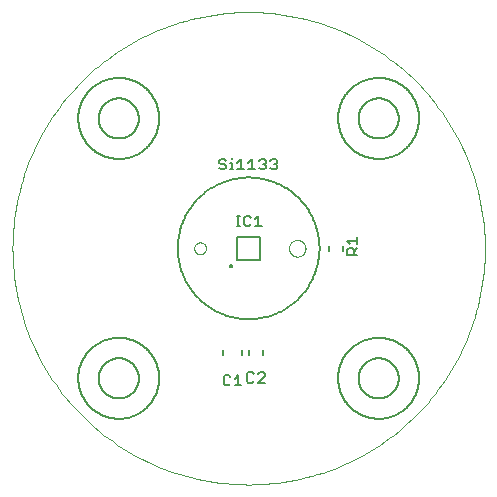
<source format=gto>
G75*
%MOIN*%
%OFA0B0*%
%FSLAX25Y25*%
%IPPOS*%
%LPD*%
%AMOC8*
5,1,8,0,0,1.08239X$1,22.5*
%
%ADD10C,0.00394*%
%ADD11C,0.00787*%
%ADD12C,0.00600*%
%ADD13C,0.00000*%
D10*
X0001394Y0080134D02*
X0001418Y0082066D01*
X0001489Y0083998D01*
X0001607Y0085926D01*
X0001773Y0087852D01*
X0001986Y0089773D01*
X0002246Y0091688D01*
X0002553Y0093596D01*
X0002907Y0095495D01*
X0003307Y0097386D01*
X0003754Y0099266D01*
X0004246Y0101135D01*
X0004785Y0102991D01*
X0005368Y0104833D01*
X0005997Y0106661D01*
X0006670Y0108472D01*
X0007388Y0110266D01*
X0008149Y0112043D01*
X0008954Y0113800D01*
X0009802Y0115536D01*
X0010692Y0117252D01*
X0011623Y0118945D01*
X0012596Y0120614D01*
X0013610Y0122260D01*
X0014664Y0123880D01*
X0015757Y0125473D01*
X0016889Y0127039D01*
X0018060Y0128577D01*
X0019267Y0130086D01*
X0020511Y0131565D01*
X0021792Y0133013D01*
X0023107Y0134428D01*
X0024456Y0135812D01*
X0025840Y0137161D01*
X0027255Y0138476D01*
X0028703Y0139757D01*
X0030182Y0141001D01*
X0031691Y0142208D01*
X0033229Y0143379D01*
X0034795Y0144511D01*
X0036388Y0145604D01*
X0038008Y0146658D01*
X0039654Y0147672D01*
X0041323Y0148645D01*
X0043016Y0149576D01*
X0044732Y0150466D01*
X0046468Y0151314D01*
X0048225Y0152119D01*
X0050002Y0152880D01*
X0051796Y0153598D01*
X0053607Y0154271D01*
X0055435Y0154900D01*
X0057277Y0155483D01*
X0059133Y0156022D01*
X0061002Y0156514D01*
X0062882Y0156961D01*
X0064773Y0157361D01*
X0066672Y0157715D01*
X0068580Y0158022D01*
X0070495Y0158282D01*
X0072416Y0158495D01*
X0074342Y0158661D01*
X0076270Y0158779D01*
X0078202Y0158850D01*
X0080134Y0158874D01*
X0082066Y0158850D01*
X0083998Y0158779D01*
X0085926Y0158661D01*
X0087852Y0158495D01*
X0089773Y0158282D01*
X0091688Y0158022D01*
X0093596Y0157715D01*
X0095495Y0157361D01*
X0097386Y0156961D01*
X0099266Y0156514D01*
X0101135Y0156022D01*
X0102991Y0155483D01*
X0104833Y0154900D01*
X0106661Y0154271D01*
X0108472Y0153598D01*
X0110266Y0152880D01*
X0112043Y0152119D01*
X0113800Y0151314D01*
X0115536Y0150466D01*
X0117252Y0149576D01*
X0118945Y0148645D01*
X0120614Y0147672D01*
X0122260Y0146658D01*
X0123880Y0145604D01*
X0125473Y0144511D01*
X0127039Y0143379D01*
X0128577Y0142208D01*
X0130086Y0141001D01*
X0131565Y0139757D01*
X0133013Y0138476D01*
X0134428Y0137161D01*
X0135812Y0135812D01*
X0137161Y0134428D01*
X0138476Y0133013D01*
X0139757Y0131565D01*
X0141001Y0130086D01*
X0142208Y0128577D01*
X0143379Y0127039D01*
X0144511Y0125473D01*
X0145604Y0123880D01*
X0146658Y0122260D01*
X0147672Y0120614D01*
X0148645Y0118945D01*
X0149576Y0117252D01*
X0150466Y0115536D01*
X0151314Y0113800D01*
X0152119Y0112043D01*
X0152880Y0110266D01*
X0153598Y0108472D01*
X0154271Y0106661D01*
X0154900Y0104833D01*
X0155483Y0102991D01*
X0156022Y0101135D01*
X0156514Y0099266D01*
X0156961Y0097386D01*
X0157361Y0095495D01*
X0157715Y0093596D01*
X0158022Y0091688D01*
X0158282Y0089773D01*
X0158495Y0087852D01*
X0158661Y0085926D01*
X0158779Y0083998D01*
X0158850Y0082066D01*
X0158874Y0080134D01*
X0158850Y0078202D01*
X0158779Y0076270D01*
X0158661Y0074342D01*
X0158495Y0072416D01*
X0158282Y0070495D01*
X0158022Y0068580D01*
X0157715Y0066672D01*
X0157361Y0064773D01*
X0156961Y0062882D01*
X0156514Y0061002D01*
X0156022Y0059133D01*
X0155483Y0057277D01*
X0154900Y0055435D01*
X0154271Y0053607D01*
X0153598Y0051796D01*
X0152880Y0050002D01*
X0152119Y0048225D01*
X0151314Y0046468D01*
X0150466Y0044732D01*
X0149576Y0043016D01*
X0148645Y0041323D01*
X0147672Y0039654D01*
X0146658Y0038008D01*
X0145604Y0036388D01*
X0144511Y0034795D01*
X0143379Y0033229D01*
X0142208Y0031691D01*
X0141001Y0030182D01*
X0139757Y0028703D01*
X0138476Y0027255D01*
X0137161Y0025840D01*
X0135812Y0024456D01*
X0134428Y0023107D01*
X0133013Y0021792D01*
X0131565Y0020511D01*
X0130086Y0019267D01*
X0128577Y0018060D01*
X0127039Y0016889D01*
X0125473Y0015757D01*
X0123880Y0014664D01*
X0122260Y0013610D01*
X0120614Y0012596D01*
X0118945Y0011623D01*
X0117252Y0010692D01*
X0115536Y0009802D01*
X0113800Y0008954D01*
X0112043Y0008149D01*
X0110266Y0007388D01*
X0108472Y0006670D01*
X0106661Y0005997D01*
X0104833Y0005368D01*
X0102991Y0004785D01*
X0101135Y0004246D01*
X0099266Y0003754D01*
X0097386Y0003307D01*
X0095495Y0002907D01*
X0093596Y0002553D01*
X0091688Y0002246D01*
X0089773Y0001986D01*
X0087852Y0001773D01*
X0085926Y0001607D01*
X0083998Y0001489D01*
X0082066Y0001418D01*
X0080134Y0001394D01*
X0078202Y0001418D01*
X0076270Y0001489D01*
X0074342Y0001607D01*
X0072416Y0001773D01*
X0070495Y0001986D01*
X0068580Y0002246D01*
X0066672Y0002553D01*
X0064773Y0002907D01*
X0062882Y0003307D01*
X0061002Y0003754D01*
X0059133Y0004246D01*
X0057277Y0004785D01*
X0055435Y0005368D01*
X0053607Y0005997D01*
X0051796Y0006670D01*
X0050002Y0007388D01*
X0048225Y0008149D01*
X0046468Y0008954D01*
X0044732Y0009802D01*
X0043016Y0010692D01*
X0041323Y0011623D01*
X0039654Y0012596D01*
X0038008Y0013610D01*
X0036388Y0014664D01*
X0034795Y0015757D01*
X0033229Y0016889D01*
X0031691Y0018060D01*
X0030182Y0019267D01*
X0028703Y0020511D01*
X0027255Y0021792D01*
X0025840Y0023107D01*
X0024456Y0024456D01*
X0023107Y0025840D01*
X0021792Y0027255D01*
X0020511Y0028703D01*
X0019267Y0030182D01*
X0018060Y0031691D01*
X0016889Y0033229D01*
X0015757Y0034795D01*
X0014664Y0036388D01*
X0013610Y0038008D01*
X0012596Y0039654D01*
X0011623Y0041323D01*
X0010692Y0043016D01*
X0009802Y0044732D01*
X0008954Y0046468D01*
X0008149Y0048225D01*
X0007388Y0050002D01*
X0006670Y0051796D01*
X0005997Y0053607D01*
X0005368Y0055435D01*
X0004785Y0057277D01*
X0004246Y0059133D01*
X0003754Y0061002D01*
X0003307Y0062882D01*
X0002907Y0064773D01*
X0002553Y0066672D01*
X0002246Y0068580D01*
X0001986Y0070495D01*
X0001773Y0072416D01*
X0001607Y0074342D01*
X0001489Y0076270D01*
X0001418Y0078202D01*
X0001394Y0080134D01*
D11*
X0071472Y0046276D02*
X0071472Y0044701D01*
X0077772Y0044701D02*
X0077772Y0046276D01*
X0080134Y0046276D02*
X0080134Y0044701D01*
X0084858Y0044701D02*
X0084858Y0046276D01*
X0073834Y0074228D02*
X0073836Y0074267D01*
X0073842Y0074306D01*
X0073852Y0074344D01*
X0073865Y0074381D01*
X0073882Y0074416D01*
X0073902Y0074450D01*
X0073926Y0074481D01*
X0073953Y0074510D01*
X0073982Y0074536D01*
X0074014Y0074559D01*
X0074048Y0074579D01*
X0074084Y0074595D01*
X0074121Y0074607D01*
X0074160Y0074616D01*
X0074199Y0074621D01*
X0074238Y0074622D01*
X0074277Y0074619D01*
X0074316Y0074612D01*
X0074353Y0074601D01*
X0074390Y0074587D01*
X0074425Y0074569D01*
X0074458Y0074548D01*
X0074489Y0074523D01*
X0074517Y0074496D01*
X0074542Y0074466D01*
X0074564Y0074433D01*
X0074583Y0074399D01*
X0074598Y0074363D01*
X0074610Y0074325D01*
X0074618Y0074287D01*
X0074622Y0074248D01*
X0074622Y0074208D01*
X0074618Y0074169D01*
X0074610Y0074131D01*
X0074598Y0074093D01*
X0074583Y0074057D01*
X0074564Y0074023D01*
X0074542Y0073990D01*
X0074517Y0073960D01*
X0074489Y0073933D01*
X0074458Y0073908D01*
X0074425Y0073887D01*
X0074390Y0073869D01*
X0074353Y0073855D01*
X0074316Y0073844D01*
X0074277Y0073837D01*
X0074238Y0073834D01*
X0074199Y0073835D01*
X0074160Y0073840D01*
X0074121Y0073849D01*
X0074084Y0073861D01*
X0074048Y0073877D01*
X0074014Y0073897D01*
X0073982Y0073920D01*
X0073953Y0073946D01*
X0073926Y0073975D01*
X0073902Y0074006D01*
X0073882Y0074040D01*
X0073865Y0074075D01*
X0073852Y0074112D01*
X0073842Y0074150D01*
X0073836Y0074189D01*
X0073834Y0074228D01*
X0076197Y0076197D02*
X0076197Y0084071D01*
X0084071Y0084071D01*
X0084071Y0076197D01*
X0076197Y0076197D01*
X0056512Y0080134D02*
X0056519Y0080714D01*
X0056540Y0081293D01*
X0056576Y0081872D01*
X0056626Y0082449D01*
X0056690Y0083026D01*
X0056768Y0083600D01*
X0056860Y0084172D01*
X0056966Y0084742D01*
X0057086Y0085310D01*
X0057220Y0085874D01*
X0057368Y0086434D01*
X0057529Y0086991D01*
X0057704Y0087544D01*
X0057893Y0088092D01*
X0058095Y0088635D01*
X0058310Y0089174D01*
X0058539Y0089707D01*
X0058780Y0090234D01*
X0059034Y0090755D01*
X0059301Y0091269D01*
X0059581Y0091777D01*
X0059873Y0092278D01*
X0060177Y0092772D01*
X0060493Y0093258D01*
X0060821Y0093736D01*
X0061161Y0094206D01*
X0061512Y0094667D01*
X0061874Y0095120D01*
X0062247Y0095563D01*
X0062631Y0095998D01*
X0063026Y0096422D01*
X0063431Y0096837D01*
X0063846Y0097242D01*
X0064270Y0097637D01*
X0064705Y0098021D01*
X0065148Y0098394D01*
X0065601Y0098756D01*
X0066062Y0099107D01*
X0066532Y0099447D01*
X0067010Y0099775D01*
X0067496Y0100091D01*
X0067990Y0100395D01*
X0068491Y0100687D01*
X0068999Y0100967D01*
X0069513Y0101234D01*
X0070034Y0101488D01*
X0070561Y0101729D01*
X0071094Y0101958D01*
X0071633Y0102173D01*
X0072176Y0102375D01*
X0072724Y0102564D01*
X0073277Y0102739D01*
X0073834Y0102900D01*
X0074394Y0103048D01*
X0074958Y0103182D01*
X0075526Y0103302D01*
X0076096Y0103408D01*
X0076668Y0103500D01*
X0077242Y0103578D01*
X0077819Y0103642D01*
X0078396Y0103692D01*
X0078975Y0103728D01*
X0079554Y0103749D01*
X0080134Y0103756D01*
X0080714Y0103749D01*
X0081293Y0103728D01*
X0081872Y0103692D01*
X0082449Y0103642D01*
X0083026Y0103578D01*
X0083600Y0103500D01*
X0084172Y0103408D01*
X0084742Y0103302D01*
X0085310Y0103182D01*
X0085874Y0103048D01*
X0086434Y0102900D01*
X0086991Y0102739D01*
X0087544Y0102564D01*
X0088092Y0102375D01*
X0088635Y0102173D01*
X0089174Y0101958D01*
X0089707Y0101729D01*
X0090234Y0101488D01*
X0090755Y0101234D01*
X0091269Y0100967D01*
X0091777Y0100687D01*
X0092278Y0100395D01*
X0092772Y0100091D01*
X0093258Y0099775D01*
X0093736Y0099447D01*
X0094206Y0099107D01*
X0094667Y0098756D01*
X0095120Y0098394D01*
X0095563Y0098021D01*
X0095998Y0097637D01*
X0096422Y0097242D01*
X0096837Y0096837D01*
X0097242Y0096422D01*
X0097637Y0095998D01*
X0098021Y0095563D01*
X0098394Y0095120D01*
X0098756Y0094667D01*
X0099107Y0094206D01*
X0099447Y0093736D01*
X0099775Y0093258D01*
X0100091Y0092772D01*
X0100395Y0092278D01*
X0100687Y0091777D01*
X0100967Y0091269D01*
X0101234Y0090755D01*
X0101488Y0090234D01*
X0101729Y0089707D01*
X0101958Y0089174D01*
X0102173Y0088635D01*
X0102375Y0088092D01*
X0102564Y0087544D01*
X0102739Y0086991D01*
X0102900Y0086434D01*
X0103048Y0085874D01*
X0103182Y0085310D01*
X0103302Y0084742D01*
X0103408Y0084172D01*
X0103500Y0083600D01*
X0103578Y0083026D01*
X0103642Y0082449D01*
X0103692Y0081872D01*
X0103728Y0081293D01*
X0103749Y0080714D01*
X0103756Y0080134D01*
X0103749Y0079554D01*
X0103728Y0078975D01*
X0103692Y0078396D01*
X0103642Y0077819D01*
X0103578Y0077242D01*
X0103500Y0076668D01*
X0103408Y0076096D01*
X0103302Y0075526D01*
X0103182Y0074958D01*
X0103048Y0074394D01*
X0102900Y0073834D01*
X0102739Y0073277D01*
X0102564Y0072724D01*
X0102375Y0072176D01*
X0102173Y0071633D01*
X0101958Y0071094D01*
X0101729Y0070561D01*
X0101488Y0070034D01*
X0101234Y0069513D01*
X0100967Y0068999D01*
X0100687Y0068491D01*
X0100395Y0067990D01*
X0100091Y0067496D01*
X0099775Y0067010D01*
X0099447Y0066532D01*
X0099107Y0066062D01*
X0098756Y0065601D01*
X0098394Y0065148D01*
X0098021Y0064705D01*
X0097637Y0064270D01*
X0097242Y0063846D01*
X0096837Y0063431D01*
X0096422Y0063026D01*
X0095998Y0062631D01*
X0095563Y0062247D01*
X0095120Y0061874D01*
X0094667Y0061512D01*
X0094206Y0061161D01*
X0093736Y0060821D01*
X0093258Y0060493D01*
X0092772Y0060177D01*
X0092278Y0059873D01*
X0091777Y0059581D01*
X0091269Y0059301D01*
X0090755Y0059034D01*
X0090234Y0058780D01*
X0089707Y0058539D01*
X0089174Y0058310D01*
X0088635Y0058095D01*
X0088092Y0057893D01*
X0087544Y0057704D01*
X0086991Y0057529D01*
X0086434Y0057368D01*
X0085874Y0057220D01*
X0085310Y0057086D01*
X0084742Y0056966D01*
X0084172Y0056860D01*
X0083600Y0056768D01*
X0083026Y0056690D01*
X0082449Y0056626D01*
X0081872Y0056576D01*
X0081293Y0056540D01*
X0080714Y0056519D01*
X0080134Y0056512D01*
X0079554Y0056519D01*
X0078975Y0056540D01*
X0078396Y0056576D01*
X0077819Y0056626D01*
X0077242Y0056690D01*
X0076668Y0056768D01*
X0076096Y0056860D01*
X0075526Y0056966D01*
X0074958Y0057086D01*
X0074394Y0057220D01*
X0073834Y0057368D01*
X0073277Y0057529D01*
X0072724Y0057704D01*
X0072176Y0057893D01*
X0071633Y0058095D01*
X0071094Y0058310D01*
X0070561Y0058539D01*
X0070034Y0058780D01*
X0069513Y0059034D01*
X0068999Y0059301D01*
X0068491Y0059581D01*
X0067990Y0059873D01*
X0067496Y0060177D01*
X0067010Y0060493D01*
X0066532Y0060821D01*
X0066062Y0061161D01*
X0065601Y0061512D01*
X0065148Y0061874D01*
X0064705Y0062247D01*
X0064270Y0062631D01*
X0063846Y0063026D01*
X0063431Y0063431D01*
X0063026Y0063846D01*
X0062631Y0064270D01*
X0062247Y0064705D01*
X0061874Y0065148D01*
X0061512Y0065601D01*
X0061161Y0066062D01*
X0060821Y0066532D01*
X0060493Y0067010D01*
X0060177Y0067496D01*
X0059873Y0067990D01*
X0059581Y0068491D01*
X0059301Y0068999D01*
X0059034Y0069513D01*
X0058780Y0070034D01*
X0058539Y0070561D01*
X0058310Y0071094D01*
X0058095Y0071633D01*
X0057893Y0072176D01*
X0057704Y0072724D01*
X0057529Y0073277D01*
X0057368Y0073834D01*
X0057220Y0074394D01*
X0057086Y0074958D01*
X0056966Y0075526D01*
X0056860Y0076096D01*
X0056768Y0076668D01*
X0056690Y0077242D01*
X0056626Y0077819D01*
X0056576Y0078396D01*
X0056540Y0078975D01*
X0056519Y0079554D01*
X0056512Y0080134D01*
X0106906Y0080921D02*
X0106906Y0079346D01*
X0111630Y0079346D02*
X0111630Y0080921D01*
D12*
X0030134Y0036827D02*
X0030136Y0036991D01*
X0030142Y0037155D01*
X0030152Y0037319D01*
X0030166Y0037483D01*
X0030184Y0037646D01*
X0030206Y0037809D01*
X0030233Y0037971D01*
X0030263Y0038133D01*
X0030297Y0038293D01*
X0030335Y0038453D01*
X0030376Y0038612D01*
X0030422Y0038770D01*
X0030472Y0038926D01*
X0030525Y0039082D01*
X0030582Y0039236D01*
X0030643Y0039388D01*
X0030708Y0039539D01*
X0030777Y0039689D01*
X0030849Y0039836D01*
X0030924Y0039982D01*
X0031004Y0040126D01*
X0031086Y0040268D01*
X0031172Y0040408D01*
X0031262Y0040545D01*
X0031355Y0040681D01*
X0031451Y0040814D01*
X0031551Y0040945D01*
X0031653Y0041073D01*
X0031759Y0041199D01*
X0031868Y0041322D01*
X0031980Y0041442D01*
X0032094Y0041560D01*
X0032212Y0041674D01*
X0032332Y0041786D01*
X0032455Y0041895D01*
X0032581Y0042001D01*
X0032709Y0042103D01*
X0032840Y0042203D01*
X0032973Y0042299D01*
X0033109Y0042392D01*
X0033246Y0042482D01*
X0033386Y0042568D01*
X0033528Y0042650D01*
X0033672Y0042730D01*
X0033818Y0042805D01*
X0033965Y0042877D01*
X0034115Y0042946D01*
X0034266Y0043011D01*
X0034418Y0043072D01*
X0034572Y0043129D01*
X0034728Y0043182D01*
X0034884Y0043232D01*
X0035042Y0043278D01*
X0035201Y0043319D01*
X0035361Y0043357D01*
X0035521Y0043391D01*
X0035683Y0043421D01*
X0035845Y0043448D01*
X0036008Y0043470D01*
X0036171Y0043488D01*
X0036335Y0043502D01*
X0036499Y0043512D01*
X0036663Y0043518D01*
X0036827Y0043520D01*
X0036991Y0043518D01*
X0037155Y0043512D01*
X0037319Y0043502D01*
X0037483Y0043488D01*
X0037646Y0043470D01*
X0037809Y0043448D01*
X0037971Y0043421D01*
X0038133Y0043391D01*
X0038293Y0043357D01*
X0038453Y0043319D01*
X0038612Y0043278D01*
X0038770Y0043232D01*
X0038926Y0043182D01*
X0039082Y0043129D01*
X0039236Y0043072D01*
X0039388Y0043011D01*
X0039539Y0042946D01*
X0039689Y0042877D01*
X0039836Y0042805D01*
X0039982Y0042730D01*
X0040126Y0042650D01*
X0040268Y0042568D01*
X0040408Y0042482D01*
X0040545Y0042392D01*
X0040681Y0042299D01*
X0040814Y0042203D01*
X0040945Y0042103D01*
X0041073Y0042001D01*
X0041199Y0041895D01*
X0041322Y0041786D01*
X0041442Y0041674D01*
X0041560Y0041560D01*
X0041674Y0041442D01*
X0041786Y0041322D01*
X0041895Y0041199D01*
X0042001Y0041073D01*
X0042103Y0040945D01*
X0042203Y0040814D01*
X0042299Y0040681D01*
X0042392Y0040545D01*
X0042482Y0040408D01*
X0042568Y0040268D01*
X0042650Y0040126D01*
X0042730Y0039982D01*
X0042805Y0039836D01*
X0042877Y0039689D01*
X0042946Y0039539D01*
X0043011Y0039388D01*
X0043072Y0039236D01*
X0043129Y0039082D01*
X0043182Y0038926D01*
X0043232Y0038770D01*
X0043278Y0038612D01*
X0043319Y0038453D01*
X0043357Y0038293D01*
X0043391Y0038133D01*
X0043421Y0037971D01*
X0043448Y0037809D01*
X0043470Y0037646D01*
X0043488Y0037483D01*
X0043502Y0037319D01*
X0043512Y0037155D01*
X0043518Y0036991D01*
X0043520Y0036827D01*
X0043518Y0036663D01*
X0043512Y0036499D01*
X0043502Y0036335D01*
X0043488Y0036171D01*
X0043470Y0036008D01*
X0043448Y0035845D01*
X0043421Y0035683D01*
X0043391Y0035521D01*
X0043357Y0035361D01*
X0043319Y0035201D01*
X0043278Y0035042D01*
X0043232Y0034884D01*
X0043182Y0034728D01*
X0043129Y0034572D01*
X0043072Y0034418D01*
X0043011Y0034266D01*
X0042946Y0034115D01*
X0042877Y0033965D01*
X0042805Y0033818D01*
X0042730Y0033672D01*
X0042650Y0033528D01*
X0042568Y0033386D01*
X0042482Y0033246D01*
X0042392Y0033109D01*
X0042299Y0032973D01*
X0042203Y0032840D01*
X0042103Y0032709D01*
X0042001Y0032581D01*
X0041895Y0032455D01*
X0041786Y0032332D01*
X0041674Y0032212D01*
X0041560Y0032094D01*
X0041442Y0031980D01*
X0041322Y0031868D01*
X0041199Y0031759D01*
X0041073Y0031653D01*
X0040945Y0031551D01*
X0040814Y0031451D01*
X0040681Y0031355D01*
X0040545Y0031262D01*
X0040408Y0031172D01*
X0040268Y0031086D01*
X0040126Y0031004D01*
X0039982Y0030924D01*
X0039836Y0030849D01*
X0039689Y0030777D01*
X0039539Y0030708D01*
X0039388Y0030643D01*
X0039236Y0030582D01*
X0039082Y0030525D01*
X0038926Y0030472D01*
X0038770Y0030422D01*
X0038612Y0030376D01*
X0038453Y0030335D01*
X0038293Y0030297D01*
X0038133Y0030263D01*
X0037971Y0030233D01*
X0037809Y0030206D01*
X0037646Y0030184D01*
X0037483Y0030166D01*
X0037319Y0030152D01*
X0037155Y0030142D01*
X0036991Y0030136D01*
X0036827Y0030134D01*
X0036663Y0030136D01*
X0036499Y0030142D01*
X0036335Y0030152D01*
X0036171Y0030166D01*
X0036008Y0030184D01*
X0035845Y0030206D01*
X0035683Y0030233D01*
X0035521Y0030263D01*
X0035361Y0030297D01*
X0035201Y0030335D01*
X0035042Y0030376D01*
X0034884Y0030422D01*
X0034728Y0030472D01*
X0034572Y0030525D01*
X0034418Y0030582D01*
X0034266Y0030643D01*
X0034115Y0030708D01*
X0033965Y0030777D01*
X0033818Y0030849D01*
X0033672Y0030924D01*
X0033528Y0031004D01*
X0033386Y0031086D01*
X0033246Y0031172D01*
X0033109Y0031262D01*
X0032973Y0031355D01*
X0032840Y0031451D01*
X0032709Y0031551D01*
X0032581Y0031653D01*
X0032455Y0031759D01*
X0032332Y0031868D01*
X0032212Y0031980D01*
X0032094Y0032094D01*
X0031980Y0032212D01*
X0031868Y0032332D01*
X0031759Y0032455D01*
X0031653Y0032581D01*
X0031551Y0032709D01*
X0031451Y0032840D01*
X0031355Y0032973D01*
X0031262Y0033109D01*
X0031172Y0033246D01*
X0031086Y0033386D01*
X0031004Y0033528D01*
X0030924Y0033672D01*
X0030849Y0033818D01*
X0030777Y0033965D01*
X0030708Y0034115D01*
X0030643Y0034266D01*
X0030582Y0034418D01*
X0030525Y0034572D01*
X0030472Y0034728D01*
X0030422Y0034884D01*
X0030376Y0035042D01*
X0030335Y0035201D01*
X0030297Y0035361D01*
X0030263Y0035521D01*
X0030233Y0035683D01*
X0030206Y0035845D01*
X0030184Y0036008D01*
X0030166Y0036171D01*
X0030152Y0036335D01*
X0030142Y0036499D01*
X0030136Y0036663D01*
X0030134Y0036827D01*
X0023327Y0036827D02*
X0023331Y0037158D01*
X0023343Y0037489D01*
X0023364Y0037820D01*
X0023392Y0038150D01*
X0023429Y0038480D01*
X0023473Y0038808D01*
X0023526Y0039135D01*
X0023586Y0039461D01*
X0023655Y0039785D01*
X0023732Y0040107D01*
X0023816Y0040428D01*
X0023908Y0040746D01*
X0024008Y0041062D01*
X0024116Y0041375D01*
X0024232Y0041686D01*
X0024355Y0041993D01*
X0024485Y0042298D01*
X0024623Y0042599D01*
X0024768Y0042897D01*
X0024921Y0043191D01*
X0025081Y0043481D01*
X0025248Y0043767D01*
X0025421Y0044049D01*
X0025602Y0044327D01*
X0025790Y0044600D01*
X0025984Y0044869D01*
X0026184Y0045133D01*
X0026391Y0045391D01*
X0026605Y0045645D01*
X0026824Y0045893D01*
X0027050Y0046136D01*
X0027281Y0046373D01*
X0027518Y0046604D01*
X0027761Y0046830D01*
X0028009Y0047049D01*
X0028263Y0047263D01*
X0028521Y0047470D01*
X0028785Y0047670D01*
X0029054Y0047864D01*
X0029327Y0048052D01*
X0029605Y0048233D01*
X0029887Y0048406D01*
X0030173Y0048573D01*
X0030463Y0048733D01*
X0030757Y0048886D01*
X0031055Y0049031D01*
X0031356Y0049169D01*
X0031661Y0049299D01*
X0031968Y0049422D01*
X0032279Y0049538D01*
X0032592Y0049646D01*
X0032908Y0049746D01*
X0033226Y0049838D01*
X0033547Y0049922D01*
X0033869Y0049999D01*
X0034193Y0050068D01*
X0034519Y0050128D01*
X0034846Y0050181D01*
X0035174Y0050225D01*
X0035504Y0050262D01*
X0035834Y0050290D01*
X0036165Y0050311D01*
X0036496Y0050323D01*
X0036827Y0050327D01*
X0037158Y0050323D01*
X0037489Y0050311D01*
X0037820Y0050290D01*
X0038150Y0050262D01*
X0038480Y0050225D01*
X0038808Y0050181D01*
X0039135Y0050128D01*
X0039461Y0050068D01*
X0039785Y0049999D01*
X0040107Y0049922D01*
X0040428Y0049838D01*
X0040746Y0049746D01*
X0041062Y0049646D01*
X0041375Y0049538D01*
X0041686Y0049422D01*
X0041993Y0049299D01*
X0042298Y0049169D01*
X0042599Y0049031D01*
X0042897Y0048886D01*
X0043191Y0048733D01*
X0043481Y0048573D01*
X0043767Y0048406D01*
X0044049Y0048233D01*
X0044327Y0048052D01*
X0044600Y0047864D01*
X0044869Y0047670D01*
X0045133Y0047470D01*
X0045391Y0047263D01*
X0045645Y0047049D01*
X0045893Y0046830D01*
X0046136Y0046604D01*
X0046373Y0046373D01*
X0046604Y0046136D01*
X0046830Y0045893D01*
X0047049Y0045645D01*
X0047263Y0045391D01*
X0047470Y0045133D01*
X0047670Y0044869D01*
X0047864Y0044600D01*
X0048052Y0044327D01*
X0048233Y0044049D01*
X0048406Y0043767D01*
X0048573Y0043481D01*
X0048733Y0043191D01*
X0048886Y0042897D01*
X0049031Y0042599D01*
X0049169Y0042298D01*
X0049299Y0041993D01*
X0049422Y0041686D01*
X0049538Y0041375D01*
X0049646Y0041062D01*
X0049746Y0040746D01*
X0049838Y0040428D01*
X0049922Y0040107D01*
X0049999Y0039785D01*
X0050068Y0039461D01*
X0050128Y0039135D01*
X0050181Y0038808D01*
X0050225Y0038480D01*
X0050262Y0038150D01*
X0050290Y0037820D01*
X0050311Y0037489D01*
X0050323Y0037158D01*
X0050327Y0036827D01*
X0050323Y0036496D01*
X0050311Y0036165D01*
X0050290Y0035834D01*
X0050262Y0035504D01*
X0050225Y0035174D01*
X0050181Y0034846D01*
X0050128Y0034519D01*
X0050068Y0034193D01*
X0049999Y0033869D01*
X0049922Y0033547D01*
X0049838Y0033226D01*
X0049746Y0032908D01*
X0049646Y0032592D01*
X0049538Y0032279D01*
X0049422Y0031968D01*
X0049299Y0031661D01*
X0049169Y0031356D01*
X0049031Y0031055D01*
X0048886Y0030757D01*
X0048733Y0030463D01*
X0048573Y0030173D01*
X0048406Y0029887D01*
X0048233Y0029605D01*
X0048052Y0029327D01*
X0047864Y0029054D01*
X0047670Y0028785D01*
X0047470Y0028521D01*
X0047263Y0028263D01*
X0047049Y0028009D01*
X0046830Y0027761D01*
X0046604Y0027518D01*
X0046373Y0027281D01*
X0046136Y0027050D01*
X0045893Y0026824D01*
X0045645Y0026605D01*
X0045391Y0026391D01*
X0045133Y0026184D01*
X0044869Y0025984D01*
X0044600Y0025790D01*
X0044327Y0025602D01*
X0044049Y0025421D01*
X0043767Y0025248D01*
X0043481Y0025081D01*
X0043191Y0024921D01*
X0042897Y0024768D01*
X0042599Y0024623D01*
X0042298Y0024485D01*
X0041993Y0024355D01*
X0041686Y0024232D01*
X0041375Y0024116D01*
X0041062Y0024008D01*
X0040746Y0023908D01*
X0040428Y0023816D01*
X0040107Y0023732D01*
X0039785Y0023655D01*
X0039461Y0023586D01*
X0039135Y0023526D01*
X0038808Y0023473D01*
X0038480Y0023429D01*
X0038150Y0023392D01*
X0037820Y0023364D01*
X0037489Y0023343D01*
X0037158Y0023331D01*
X0036827Y0023327D01*
X0036496Y0023331D01*
X0036165Y0023343D01*
X0035834Y0023364D01*
X0035504Y0023392D01*
X0035174Y0023429D01*
X0034846Y0023473D01*
X0034519Y0023526D01*
X0034193Y0023586D01*
X0033869Y0023655D01*
X0033547Y0023732D01*
X0033226Y0023816D01*
X0032908Y0023908D01*
X0032592Y0024008D01*
X0032279Y0024116D01*
X0031968Y0024232D01*
X0031661Y0024355D01*
X0031356Y0024485D01*
X0031055Y0024623D01*
X0030757Y0024768D01*
X0030463Y0024921D01*
X0030173Y0025081D01*
X0029887Y0025248D01*
X0029605Y0025421D01*
X0029327Y0025602D01*
X0029054Y0025790D01*
X0028785Y0025984D01*
X0028521Y0026184D01*
X0028263Y0026391D01*
X0028009Y0026605D01*
X0027761Y0026824D01*
X0027518Y0027050D01*
X0027281Y0027281D01*
X0027050Y0027518D01*
X0026824Y0027761D01*
X0026605Y0028009D01*
X0026391Y0028263D01*
X0026184Y0028521D01*
X0025984Y0028785D01*
X0025790Y0029054D01*
X0025602Y0029327D01*
X0025421Y0029605D01*
X0025248Y0029887D01*
X0025081Y0030173D01*
X0024921Y0030463D01*
X0024768Y0030757D01*
X0024623Y0031055D01*
X0024485Y0031356D01*
X0024355Y0031661D01*
X0024232Y0031968D01*
X0024116Y0032279D01*
X0024008Y0032592D01*
X0023908Y0032908D01*
X0023816Y0033226D01*
X0023732Y0033547D01*
X0023655Y0033869D01*
X0023586Y0034193D01*
X0023526Y0034519D01*
X0023473Y0034846D01*
X0023429Y0035174D01*
X0023392Y0035504D01*
X0023364Y0035834D01*
X0023343Y0036165D01*
X0023331Y0036496D01*
X0023327Y0036827D01*
X0071768Y0037262D02*
X0071768Y0034993D01*
X0072336Y0034426D01*
X0073470Y0034426D01*
X0074037Y0034993D01*
X0075452Y0034426D02*
X0077720Y0034426D01*
X0076586Y0034426D02*
X0076586Y0037829D01*
X0075452Y0036695D01*
X0074037Y0037262D02*
X0073470Y0037829D01*
X0072336Y0037829D01*
X0071768Y0037262D01*
X0079505Y0038187D02*
X0079505Y0035918D01*
X0080072Y0035351D01*
X0081206Y0035351D01*
X0081773Y0035918D01*
X0083188Y0035351D02*
X0085456Y0037620D01*
X0085456Y0038187D01*
X0084889Y0038754D01*
X0083755Y0038754D01*
X0083188Y0038187D01*
X0081773Y0038187D02*
X0081206Y0038754D01*
X0080072Y0038754D01*
X0079505Y0038187D01*
X0083188Y0035351D02*
X0085456Y0035351D01*
X0116748Y0036827D02*
X0116750Y0036991D01*
X0116756Y0037155D01*
X0116766Y0037319D01*
X0116780Y0037483D01*
X0116798Y0037646D01*
X0116820Y0037809D01*
X0116847Y0037971D01*
X0116877Y0038133D01*
X0116911Y0038293D01*
X0116949Y0038453D01*
X0116990Y0038612D01*
X0117036Y0038770D01*
X0117086Y0038926D01*
X0117139Y0039082D01*
X0117196Y0039236D01*
X0117257Y0039388D01*
X0117322Y0039539D01*
X0117391Y0039689D01*
X0117463Y0039836D01*
X0117538Y0039982D01*
X0117618Y0040126D01*
X0117700Y0040268D01*
X0117786Y0040408D01*
X0117876Y0040545D01*
X0117969Y0040681D01*
X0118065Y0040814D01*
X0118165Y0040945D01*
X0118267Y0041073D01*
X0118373Y0041199D01*
X0118482Y0041322D01*
X0118594Y0041442D01*
X0118708Y0041560D01*
X0118826Y0041674D01*
X0118946Y0041786D01*
X0119069Y0041895D01*
X0119195Y0042001D01*
X0119323Y0042103D01*
X0119454Y0042203D01*
X0119587Y0042299D01*
X0119723Y0042392D01*
X0119860Y0042482D01*
X0120000Y0042568D01*
X0120142Y0042650D01*
X0120286Y0042730D01*
X0120432Y0042805D01*
X0120579Y0042877D01*
X0120729Y0042946D01*
X0120880Y0043011D01*
X0121032Y0043072D01*
X0121186Y0043129D01*
X0121342Y0043182D01*
X0121498Y0043232D01*
X0121656Y0043278D01*
X0121815Y0043319D01*
X0121975Y0043357D01*
X0122135Y0043391D01*
X0122297Y0043421D01*
X0122459Y0043448D01*
X0122622Y0043470D01*
X0122785Y0043488D01*
X0122949Y0043502D01*
X0123113Y0043512D01*
X0123277Y0043518D01*
X0123441Y0043520D01*
X0123605Y0043518D01*
X0123769Y0043512D01*
X0123933Y0043502D01*
X0124097Y0043488D01*
X0124260Y0043470D01*
X0124423Y0043448D01*
X0124585Y0043421D01*
X0124747Y0043391D01*
X0124907Y0043357D01*
X0125067Y0043319D01*
X0125226Y0043278D01*
X0125384Y0043232D01*
X0125540Y0043182D01*
X0125696Y0043129D01*
X0125850Y0043072D01*
X0126002Y0043011D01*
X0126153Y0042946D01*
X0126303Y0042877D01*
X0126450Y0042805D01*
X0126596Y0042730D01*
X0126740Y0042650D01*
X0126882Y0042568D01*
X0127022Y0042482D01*
X0127159Y0042392D01*
X0127295Y0042299D01*
X0127428Y0042203D01*
X0127559Y0042103D01*
X0127687Y0042001D01*
X0127813Y0041895D01*
X0127936Y0041786D01*
X0128056Y0041674D01*
X0128174Y0041560D01*
X0128288Y0041442D01*
X0128400Y0041322D01*
X0128509Y0041199D01*
X0128615Y0041073D01*
X0128717Y0040945D01*
X0128817Y0040814D01*
X0128913Y0040681D01*
X0129006Y0040545D01*
X0129096Y0040408D01*
X0129182Y0040268D01*
X0129264Y0040126D01*
X0129344Y0039982D01*
X0129419Y0039836D01*
X0129491Y0039689D01*
X0129560Y0039539D01*
X0129625Y0039388D01*
X0129686Y0039236D01*
X0129743Y0039082D01*
X0129796Y0038926D01*
X0129846Y0038770D01*
X0129892Y0038612D01*
X0129933Y0038453D01*
X0129971Y0038293D01*
X0130005Y0038133D01*
X0130035Y0037971D01*
X0130062Y0037809D01*
X0130084Y0037646D01*
X0130102Y0037483D01*
X0130116Y0037319D01*
X0130126Y0037155D01*
X0130132Y0036991D01*
X0130134Y0036827D01*
X0130132Y0036663D01*
X0130126Y0036499D01*
X0130116Y0036335D01*
X0130102Y0036171D01*
X0130084Y0036008D01*
X0130062Y0035845D01*
X0130035Y0035683D01*
X0130005Y0035521D01*
X0129971Y0035361D01*
X0129933Y0035201D01*
X0129892Y0035042D01*
X0129846Y0034884D01*
X0129796Y0034728D01*
X0129743Y0034572D01*
X0129686Y0034418D01*
X0129625Y0034266D01*
X0129560Y0034115D01*
X0129491Y0033965D01*
X0129419Y0033818D01*
X0129344Y0033672D01*
X0129264Y0033528D01*
X0129182Y0033386D01*
X0129096Y0033246D01*
X0129006Y0033109D01*
X0128913Y0032973D01*
X0128817Y0032840D01*
X0128717Y0032709D01*
X0128615Y0032581D01*
X0128509Y0032455D01*
X0128400Y0032332D01*
X0128288Y0032212D01*
X0128174Y0032094D01*
X0128056Y0031980D01*
X0127936Y0031868D01*
X0127813Y0031759D01*
X0127687Y0031653D01*
X0127559Y0031551D01*
X0127428Y0031451D01*
X0127295Y0031355D01*
X0127159Y0031262D01*
X0127022Y0031172D01*
X0126882Y0031086D01*
X0126740Y0031004D01*
X0126596Y0030924D01*
X0126450Y0030849D01*
X0126303Y0030777D01*
X0126153Y0030708D01*
X0126002Y0030643D01*
X0125850Y0030582D01*
X0125696Y0030525D01*
X0125540Y0030472D01*
X0125384Y0030422D01*
X0125226Y0030376D01*
X0125067Y0030335D01*
X0124907Y0030297D01*
X0124747Y0030263D01*
X0124585Y0030233D01*
X0124423Y0030206D01*
X0124260Y0030184D01*
X0124097Y0030166D01*
X0123933Y0030152D01*
X0123769Y0030142D01*
X0123605Y0030136D01*
X0123441Y0030134D01*
X0123277Y0030136D01*
X0123113Y0030142D01*
X0122949Y0030152D01*
X0122785Y0030166D01*
X0122622Y0030184D01*
X0122459Y0030206D01*
X0122297Y0030233D01*
X0122135Y0030263D01*
X0121975Y0030297D01*
X0121815Y0030335D01*
X0121656Y0030376D01*
X0121498Y0030422D01*
X0121342Y0030472D01*
X0121186Y0030525D01*
X0121032Y0030582D01*
X0120880Y0030643D01*
X0120729Y0030708D01*
X0120579Y0030777D01*
X0120432Y0030849D01*
X0120286Y0030924D01*
X0120142Y0031004D01*
X0120000Y0031086D01*
X0119860Y0031172D01*
X0119723Y0031262D01*
X0119587Y0031355D01*
X0119454Y0031451D01*
X0119323Y0031551D01*
X0119195Y0031653D01*
X0119069Y0031759D01*
X0118946Y0031868D01*
X0118826Y0031980D01*
X0118708Y0032094D01*
X0118594Y0032212D01*
X0118482Y0032332D01*
X0118373Y0032455D01*
X0118267Y0032581D01*
X0118165Y0032709D01*
X0118065Y0032840D01*
X0117969Y0032973D01*
X0117876Y0033109D01*
X0117786Y0033246D01*
X0117700Y0033386D01*
X0117618Y0033528D01*
X0117538Y0033672D01*
X0117463Y0033818D01*
X0117391Y0033965D01*
X0117322Y0034115D01*
X0117257Y0034266D01*
X0117196Y0034418D01*
X0117139Y0034572D01*
X0117086Y0034728D01*
X0117036Y0034884D01*
X0116990Y0035042D01*
X0116949Y0035201D01*
X0116911Y0035361D01*
X0116877Y0035521D01*
X0116847Y0035683D01*
X0116820Y0035845D01*
X0116798Y0036008D01*
X0116780Y0036171D01*
X0116766Y0036335D01*
X0116756Y0036499D01*
X0116750Y0036663D01*
X0116748Y0036827D01*
X0109941Y0036827D02*
X0109945Y0037158D01*
X0109957Y0037489D01*
X0109978Y0037820D01*
X0110006Y0038150D01*
X0110043Y0038480D01*
X0110087Y0038808D01*
X0110140Y0039135D01*
X0110200Y0039461D01*
X0110269Y0039785D01*
X0110346Y0040107D01*
X0110430Y0040428D01*
X0110522Y0040746D01*
X0110622Y0041062D01*
X0110730Y0041375D01*
X0110846Y0041686D01*
X0110969Y0041993D01*
X0111099Y0042298D01*
X0111237Y0042599D01*
X0111382Y0042897D01*
X0111535Y0043191D01*
X0111695Y0043481D01*
X0111862Y0043767D01*
X0112035Y0044049D01*
X0112216Y0044327D01*
X0112404Y0044600D01*
X0112598Y0044869D01*
X0112798Y0045133D01*
X0113005Y0045391D01*
X0113219Y0045645D01*
X0113438Y0045893D01*
X0113664Y0046136D01*
X0113895Y0046373D01*
X0114132Y0046604D01*
X0114375Y0046830D01*
X0114623Y0047049D01*
X0114877Y0047263D01*
X0115135Y0047470D01*
X0115399Y0047670D01*
X0115668Y0047864D01*
X0115941Y0048052D01*
X0116219Y0048233D01*
X0116501Y0048406D01*
X0116787Y0048573D01*
X0117077Y0048733D01*
X0117371Y0048886D01*
X0117669Y0049031D01*
X0117970Y0049169D01*
X0118275Y0049299D01*
X0118582Y0049422D01*
X0118893Y0049538D01*
X0119206Y0049646D01*
X0119522Y0049746D01*
X0119840Y0049838D01*
X0120161Y0049922D01*
X0120483Y0049999D01*
X0120807Y0050068D01*
X0121133Y0050128D01*
X0121460Y0050181D01*
X0121788Y0050225D01*
X0122118Y0050262D01*
X0122448Y0050290D01*
X0122779Y0050311D01*
X0123110Y0050323D01*
X0123441Y0050327D01*
X0123772Y0050323D01*
X0124103Y0050311D01*
X0124434Y0050290D01*
X0124764Y0050262D01*
X0125094Y0050225D01*
X0125422Y0050181D01*
X0125749Y0050128D01*
X0126075Y0050068D01*
X0126399Y0049999D01*
X0126721Y0049922D01*
X0127042Y0049838D01*
X0127360Y0049746D01*
X0127676Y0049646D01*
X0127989Y0049538D01*
X0128300Y0049422D01*
X0128607Y0049299D01*
X0128912Y0049169D01*
X0129213Y0049031D01*
X0129511Y0048886D01*
X0129805Y0048733D01*
X0130095Y0048573D01*
X0130381Y0048406D01*
X0130663Y0048233D01*
X0130941Y0048052D01*
X0131214Y0047864D01*
X0131483Y0047670D01*
X0131747Y0047470D01*
X0132005Y0047263D01*
X0132259Y0047049D01*
X0132507Y0046830D01*
X0132750Y0046604D01*
X0132987Y0046373D01*
X0133218Y0046136D01*
X0133444Y0045893D01*
X0133663Y0045645D01*
X0133877Y0045391D01*
X0134084Y0045133D01*
X0134284Y0044869D01*
X0134478Y0044600D01*
X0134666Y0044327D01*
X0134847Y0044049D01*
X0135020Y0043767D01*
X0135187Y0043481D01*
X0135347Y0043191D01*
X0135500Y0042897D01*
X0135645Y0042599D01*
X0135783Y0042298D01*
X0135913Y0041993D01*
X0136036Y0041686D01*
X0136152Y0041375D01*
X0136260Y0041062D01*
X0136360Y0040746D01*
X0136452Y0040428D01*
X0136536Y0040107D01*
X0136613Y0039785D01*
X0136682Y0039461D01*
X0136742Y0039135D01*
X0136795Y0038808D01*
X0136839Y0038480D01*
X0136876Y0038150D01*
X0136904Y0037820D01*
X0136925Y0037489D01*
X0136937Y0037158D01*
X0136941Y0036827D01*
X0136937Y0036496D01*
X0136925Y0036165D01*
X0136904Y0035834D01*
X0136876Y0035504D01*
X0136839Y0035174D01*
X0136795Y0034846D01*
X0136742Y0034519D01*
X0136682Y0034193D01*
X0136613Y0033869D01*
X0136536Y0033547D01*
X0136452Y0033226D01*
X0136360Y0032908D01*
X0136260Y0032592D01*
X0136152Y0032279D01*
X0136036Y0031968D01*
X0135913Y0031661D01*
X0135783Y0031356D01*
X0135645Y0031055D01*
X0135500Y0030757D01*
X0135347Y0030463D01*
X0135187Y0030173D01*
X0135020Y0029887D01*
X0134847Y0029605D01*
X0134666Y0029327D01*
X0134478Y0029054D01*
X0134284Y0028785D01*
X0134084Y0028521D01*
X0133877Y0028263D01*
X0133663Y0028009D01*
X0133444Y0027761D01*
X0133218Y0027518D01*
X0132987Y0027281D01*
X0132750Y0027050D01*
X0132507Y0026824D01*
X0132259Y0026605D01*
X0132005Y0026391D01*
X0131747Y0026184D01*
X0131483Y0025984D01*
X0131214Y0025790D01*
X0130941Y0025602D01*
X0130663Y0025421D01*
X0130381Y0025248D01*
X0130095Y0025081D01*
X0129805Y0024921D01*
X0129511Y0024768D01*
X0129213Y0024623D01*
X0128912Y0024485D01*
X0128607Y0024355D01*
X0128300Y0024232D01*
X0127989Y0024116D01*
X0127676Y0024008D01*
X0127360Y0023908D01*
X0127042Y0023816D01*
X0126721Y0023732D01*
X0126399Y0023655D01*
X0126075Y0023586D01*
X0125749Y0023526D01*
X0125422Y0023473D01*
X0125094Y0023429D01*
X0124764Y0023392D01*
X0124434Y0023364D01*
X0124103Y0023343D01*
X0123772Y0023331D01*
X0123441Y0023327D01*
X0123110Y0023331D01*
X0122779Y0023343D01*
X0122448Y0023364D01*
X0122118Y0023392D01*
X0121788Y0023429D01*
X0121460Y0023473D01*
X0121133Y0023526D01*
X0120807Y0023586D01*
X0120483Y0023655D01*
X0120161Y0023732D01*
X0119840Y0023816D01*
X0119522Y0023908D01*
X0119206Y0024008D01*
X0118893Y0024116D01*
X0118582Y0024232D01*
X0118275Y0024355D01*
X0117970Y0024485D01*
X0117669Y0024623D01*
X0117371Y0024768D01*
X0117077Y0024921D01*
X0116787Y0025081D01*
X0116501Y0025248D01*
X0116219Y0025421D01*
X0115941Y0025602D01*
X0115668Y0025790D01*
X0115399Y0025984D01*
X0115135Y0026184D01*
X0114877Y0026391D01*
X0114623Y0026605D01*
X0114375Y0026824D01*
X0114132Y0027050D01*
X0113895Y0027281D01*
X0113664Y0027518D01*
X0113438Y0027761D01*
X0113219Y0028009D01*
X0113005Y0028263D01*
X0112798Y0028521D01*
X0112598Y0028785D01*
X0112404Y0029054D01*
X0112216Y0029327D01*
X0112035Y0029605D01*
X0111862Y0029887D01*
X0111695Y0030173D01*
X0111535Y0030463D01*
X0111382Y0030757D01*
X0111237Y0031055D01*
X0111099Y0031356D01*
X0110969Y0031661D01*
X0110846Y0031968D01*
X0110730Y0032279D01*
X0110622Y0032592D01*
X0110522Y0032908D01*
X0110430Y0033226D01*
X0110346Y0033547D01*
X0110269Y0033869D01*
X0110200Y0034193D01*
X0110140Y0034519D01*
X0110087Y0034846D01*
X0110043Y0035174D01*
X0110006Y0035504D01*
X0109978Y0035834D01*
X0109957Y0036165D01*
X0109945Y0036496D01*
X0109941Y0036827D01*
X0112852Y0077930D02*
X0112852Y0079631D01*
X0113419Y0080198D01*
X0114554Y0080198D01*
X0115121Y0079631D01*
X0115121Y0077930D01*
X0115121Y0079064D02*
X0116255Y0080198D01*
X0116255Y0081613D02*
X0116255Y0083882D01*
X0116255Y0082747D02*
X0112852Y0082747D01*
X0113987Y0081613D01*
X0112852Y0077930D02*
X0116255Y0077930D01*
X0089087Y0106418D02*
X0087953Y0106418D01*
X0087386Y0106985D01*
X0085971Y0106985D02*
X0085971Y0107552D01*
X0085404Y0108120D01*
X0084837Y0108120D01*
X0085404Y0108120D02*
X0085971Y0108687D01*
X0085971Y0109254D01*
X0085404Y0109821D01*
X0084270Y0109821D01*
X0083702Y0109254D01*
X0083702Y0106985D02*
X0084270Y0106418D01*
X0085404Y0106418D01*
X0085971Y0106985D01*
X0087386Y0109254D02*
X0087953Y0109821D01*
X0089087Y0109821D01*
X0089654Y0109254D01*
X0089654Y0108687D01*
X0089087Y0108120D01*
X0089654Y0107552D01*
X0089654Y0106985D01*
X0089087Y0106418D01*
X0089087Y0108120D02*
X0088520Y0108120D01*
X0082288Y0106418D02*
X0080019Y0106418D01*
X0081154Y0106418D02*
X0081154Y0109821D01*
X0080019Y0108687D01*
X0078605Y0106418D02*
X0076336Y0106418D01*
X0077471Y0106418D02*
X0077471Y0109821D01*
X0076336Y0108687D01*
X0074448Y0108687D02*
X0074448Y0106418D01*
X0073881Y0106418D02*
X0075015Y0106418D01*
X0074448Y0108687D02*
X0073881Y0108687D01*
X0074448Y0109821D02*
X0074448Y0110388D01*
X0072466Y0109254D02*
X0071899Y0109821D01*
X0070765Y0109821D01*
X0070198Y0109254D01*
X0070198Y0108687D01*
X0070765Y0108120D01*
X0071899Y0108120D01*
X0072466Y0107552D01*
X0072466Y0106985D01*
X0071899Y0106418D01*
X0070765Y0106418D01*
X0070198Y0106985D01*
X0076103Y0090923D02*
X0077237Y0090923D01*
X0076670Y0090923D02*
X0076670Y0087520D01*
X0076103Y0087520D02*
X0077237Y0087520D01*
X0078559Y0088088D02*
X0079126Y0087520D01*
X0080260Y0087520D01*
X0080827Y0088088D01*
X0082242Y0087520D02*
X0084510Y0087520D01*
X0083376Y0087520D02*
X0083376Y0090923D01*
X0082242Y0089789D01*
X0080827Y0090356D02*
X0080260Y0090923D01*
X0079126Y0090923D01*
X0078559Y0090356D01*
X0078559Y0088088D01*
X0030134Y0123441D02*
X0030136Y0123605D01*
X0030142Y0123769D01*
X0030152Y0123933D01*
X0030166Y0124097D01*
X0030184Y0124260D01*
X0030206Y0124423D01*
X0030233Y0124585D01*
X0030263Y0124747D01*
X0030297Y0124907D01*
X0030335Y0125067D01*
X0030376Y0125226D01*
X0030422Y0125384D01*
X0030472Y0125540D01*
X0030525Y0125696D01*
X0030582Y0125850D01*
X0030643Y0126002D01*
X0030708Y0126153D01*
X0030777Y0126303D01*
X0030849Y0126450D01*
X0030924Y0126596D01*
X0031004Y0126740D01*
X0031086Y0126882D01*
X0031172Y0127022D01*
X0031262Y0127159D01*
X0031355Y0127295D01*
X0031451Y0127428D01*
X0031551Y0127559D01*
X0031653Y0127687D01*
X0031759Y0127813D01*
X0031868Y0127936D01*
X0031980Y0128056D01*
X0032094Y0128174D01*
X0032212Y0128288D01*
X0032332Y0128400D01*
X0032455Y0128509D01*
X0032581Y0128615D01*
X0032709Y0128717D01*
X0032840Y0128817D01*
X0032973Y0128913D01*
X0033109Y0129006D01*
X0033246Y0129096D01*
X0033386Y0129182D01*
X0033528Y0129264D01*
X0033672Y0129344D01*
X0033818Y0129419D01*
X0033965Y0129491D01*
X0034115Y0129560D01*
X0034266Y0129625D01*
X0034418Y0129686D01*
X0034572Y0129743D01*
X0034728Y0129796D01*
X0034884Y0129846D01*
X0035042Y0129892D01*
X0035201Y0129933D01*
X0035361Y0129971D01*
X0035521Y0130005D01*
X0035683Y0130035D01*
X0035845Y0130062D01*
X0036008Y0130084D01*
X0036171Y0130102D01*
X0036335Y0130116D01*
X0036499Y0130126D01*
X0036663Y0130132D01*
X0036827Y0130134D01*
X0036991Y0130132D01*
X0037155Y0130126D01*
X0037319Y0130116D01*
X0037483Y0130102D01*
X0037646Y0130084D01*
X0037809Y0130062D01*
X0037971Y0130035D01*
X0038133Y0130005D01*
X0038293Y0129971D01*
X0038453Y0129933D01*
X0038612Y0129892D01*
X0038770Y0129846D01*
X0038926Y0129796D01*
X0039082Y0129743D01*
X0039236Y0129686D01*
X0039388Y0129625D01*
X0039539Y0129560D01*
X0039689Y0129491D01*
X0039836Y0129419D01*
X0039982Y0129344D01*
X0040126Y0129264D01*
X0040268Y0129182D01*
X0040408Y0129096D01*
X0040545Y0129006D01*
X0040681Y0128913D01*
X0040814Y0128817D01*
X0040945Y0128717D01*
X0041073Y0128615D01*
X0041199Y0128509D01*
X0041322Y0128400D01*
X0041442Y0128288D01*
X0041560Y0128174D01*
X0041674Y0128056D01*
X0041786Y0127936D01*
X0041895Y0127813D01*
X0042001Y0127687D01*
X0042103Y0127559D01*
X0042203Y0127428D01*
X0042299Y0127295D01*
X0042392Y0127159D01*
X0042482Y0127022D01*
X0042568Y0126882D01*
X0042650Y0126740D01*
X0042730Y0126596D01*
X0042805Y0126450D01*
X0042877Y0126303D01*
X0042946Y0126153D01*
X0043011Y0126002D01*
X0043072Y0125850D01*
X0043129Y0125696D01*
X0043182Y0125540D01*
X0043232Y0125384D01*
X0043278Y0125226D01*
X0043319Y0125067D01*
X0043357Y0124907D01*
X0043391Y0124747D01*
X0043421Y0124585D01*
X0043448Y0124423D01*
X0043470Y0124260D01*
X0043488Y0124097D01*
X0043502Y0123933D01*
X0043512Y0123769D01*
X0043518Y0123605D01*
X0043520Y0123441D01*
X0043518Y0123277D01*
X0043512Y0123113D01*
X0043502Y0122949D01*
X0043488Y0122785D01*
X0043470Y0122622D01*
X0043448Y0122459D01*
X0043421Y0122297D01*
X0043391Y0122135D01*
X0043357Y0121975D01*
X0043319Y0121815D01*
X0043278Y0121656D01*
X0043232Y0121498D01*
X0043182Y0121342D01*
X0043129Y0121186D01*
X0043072Y0121032D01*
X0043011Y0120880D01*
X0042946Y0120729D01*
X0042877Y0120579D01*
X0042805Y0120432D01*
X0042730Y0120286D01*
X0042650Y0120142D01*
X0042568Y0120000D01*
X0042482Y0119860D01*
X0042392Y0119723D01*
X0042299Y0119587D01*
X0042203Y0119454D01*
X0042103Y0119323D01*
X0042001Y0119195D01*
X0041895Y0119069D01*
X0041786Y0118946D01*
X0041674Y0118826D01*
X0041560Y0118708D01*
X0041442Y0118594D01*
X0041322Y0118482D01*
X0041199Y0118373D01*
X0041073Y0118267D01*
X0040945Y0118165D01*
X0040814Y0118065D01*
X0040681Y0117969D01*
X0040545Y0117876D01*
X0040408Y0117786D01*
X0040268Y0117700D01*
X0040126Y0117618D01*
X0039982Y0117538D01*
X0039836Y0117463D01*
X0039689Y0117391D01*
X0039539Y0117322D01*
X0039388Y0117257D01*
X0039236Y0117196D01*
X0039082Y0117139D01*
X0038926Y0117086D01*
X0038770Y0117036D01*
X0038612Y0116990D01*
X0038453Y0116949D01*
X0038293Y0116911D01*
X0038133Y0116877D01*
X0037971Y0116847D01*
X0037809Y0116820D01*
X0037646Y0116798D01*
X0037483Y0116780D01*
X0037319Y0116766D01*
X0037155Y0116756D01*
X0036991Y0116750D01*
X0036827Y0116748D01*
X0036663Y0116750D01*
X0036499Y0116756D01*
X0036335Y0116766D01*
X0036171Y0116780D01*
X0036008Y0116798D01*
X0035845Y0116820D01*
X0035683Y0116847D01*
X0035521Y0116877D01*
X0035361Y0116911D01*
X0035201Y0116949D01*
X0035042Y0116990D01*
X0034884Y0117036D01*
X0034728Y0117086D01*
X0034572Y0117139D01*
X0034418Y0117196D01*
X0034266Y0117257D01*
X0034115Y0117322D01*
X0033965Y0117391D01*
X0033818Y0117463D01*
X0033672Y0117538D01*
X0033528Y0117618D01*
X0033386Y0117700D01*
X0033246Y0117786D01*
X0033109Y0117876D01*
X0032973Y0117969D01*
X0032840Y0118065D01*
X0032709Y0118165D01*
X0032581Y0118267D01*
X0032455Y0118373D01*
X0032332Y0118482D01*
X0032212Y0118594D01*
X0032094Y0118708D01*
X0031980Y0118826D01*
X0031868Y0118946D01*
X0031759Y0119069D01*
X0031653Y0119195D01*
X0031551Y0119323D01*
X0031451Y0119454D01*
X0031355Y0119587D01*
X0031262Y0119723D01*
X0031172Y0119860D01*
X0031086Y0120000D01*
X0031004Y0120142D01*
X0030924Y0120286D01*
X0030849Y0120432D01*
X0030777Y0120579D01*
X0030708Y0120729D01*
X0030643Y0120880D01*
X0030582Y0121032D01*
X0030525Y0121186D01*
X0030472Y0121342D01*
X0030422Y0121498D01*
X0030376Y0121656D01*
X0030335Y0121815D01*
X0030297Y0121975D01*
X0030263Y0122135D01*
X0030233Y0122297D01*
X0030206Y0122459D01*
X0030184Y0122622D01*
X0030166Y0122785D01*
X0030152Y0122949D01*
X0030142Y0123113D01*
X0030136Y0123277D01*
X0030134Y0123441D01*
X0023327Y0123441D02*
X0023331Y0123772D01*
X0023343Y0124103D01*
X0023364Y0124434D01*
X0023392Y0124764D01*
X0023429Y0125094D01*
X0023473Y0125422D01*
X0023526Y0125749D01*
X0023586Y0126075D01*
X0023655Y0126399D01*
X0023732Y0126721D01*
X0023816Y0127042D01*
X0023908Y0127360D01*
X0024008Y0127676D01*
X0024116Y0127989D01*
X0024232Y0128300D01*
X0024355Y0128607D01*
X0024485Y0128912D01*
X0024623Y0129213D01*
X0024768Y0129511D01*
X0024921Y0129805D01*
X0025081Y0130095D01*
X0025248Y0130381D01*
X0025421Y0130663D01*
X0025602Y0130941D01*
X0025790Y0131214D01*
X0025984Y0131483D01*
X0026184Y0131747D01*
X0026391Y0132005D01*
X0026605Y0132259D01*
X0026824Y0132507D01*
X0027050Y0132750D01*
X0027281Y0132987D01*
X0027518Y0133218D01*
X0027761Y0133444D01*
X0028009Y0133663D01*
X0028263Y0133877D01*
X0028521Y0134084D01*
X0028785Y0134284D01*
X0029054Y0134478D01*
X0029327Y0134666D01*
X0029605Y0134847D01*
X0029887Y0135020D01*
X0030173Y0135187D01*
X0030463Y0135347D01*
X0030757Y0135500D01*
X0031055Y0135645D01*
X0031356Y0135783D01*
X0031661Y0135913D01*
X0031968Y0136036D01*
X0032279Y0136152D01*
X0032592Y0136260D01*
X0032908Y0136360D01*
X0033226Y0136452D01*
X0033547Y0136536D01*
X0033869Y0136613D01*
X0034193Y0136682D01*
X0034519Y0136742D01*
X0034846Y0136795D01*
X0035174Y0136839D01*
X0035504Y0136876D01*
X0035834Y0136904D01*
X0036165Y0136925D01*
X0036496Y0136937D01*
X0036827Y0136941D01*
X0037158Y0136937D01*
X0037489Y0136925D01*
X0037820Y0136904D01*
X0038150Y0136876D01*
X0038480Y0136839D01*
X0038808Y0136795D01*
X0039135Y0136742D01*
X0039461Y0136682D01*
X0039785Y0136613D01*
X0040107Y0136536D01*
X0040428Y0136452D01*
X0040746Y0136360D01*
X0041062Y0136260D01*
X0041375Y0136152D01*
X0041686Y0136036D01*
X0041993Y0135913D01*
X0042298Y0135783D01*
X0042599Y0135645D01*
X0042897Y0135500D01*
X0043191Y0135347D01*
X0043481Y0135187D01*
X0043767Y0135020D01*
X0044049Y0134847D01*
X0044327Y0134666D01*
X0044600Y0134478D01*
X0044869Y0134284D01*
X0045133Y0134084D01*
X0045391Y0133877D01*
X0045645Y0133663D01*
X0045893Y0133444D01*
X0046136Y0133218D01*
X0046373Y0132987D01*
X0046604Y0132750D01*
X0046830Y0132507D01*
X0047049Y0132259D01*
X0047263Y0132005D01*
X0047470Y0131747D01*
X0047670Y0131483D01*
X0047864Y0131214D01*
X0048052Y0130941D01*
X0048233Y0130663D01*
X0048406Y0130381D01*
X0048573Y0130095D01*
X0048733Y0129805D01*
X0048886Y0129511D01*
X0049031Y0129213D01*
X0049169Y0128912D01*
X0049299Y0128607D01*
X0049422Y0128300D01*
X0049538Y0127989D01*
X0049646Y0127676D01*
X0049746Y0127360D01*
X0049838Y0127042D01*
X0049922Y0126721D01*
X0049999Y0126399D01*
X0050068Y0126075D01*
X0050128Y0125749D01*
X0050181Y0125422D01*
X0050225Y0125094D01*
X0050262Y0124764D01*
X0050290Y0124434D01*
X0050311Y0124103D01*
X0050323Y0123772D01*
X0050327Y0123441D01*
X0050323Y0123110D01*
X0050311Y0122779D01*
X0050290Y0122448D01*
X0050262Y0122118D01*
X0050225Y0121788D01*
X0050181Y0121460D01*
X0050128Y0121133D01*
X0050068Y0120807D01*
X0049999Y0120483D01*
X0049922Y0120161D01*
X0049838Y0119840D01*
X0049746Y0119522D01*
X0049646Y0119206D01*
X0049538Y0118893D01*
X0049422Y0118582D01*
X0049299Y0118275D01*
X0049169Y0117970D01*
X0049031Y0117669D01*
X0048886Y0117371D01*
X0048733Y0117077D01*
X0048573Y0116787D01*
X0048406Y0116501D01*
X0048233Y0116219D01*
X0048052Y0115941D01*
X0047864Y0115668D01*
X0047670Y0115399D01*
X0047470Y0115135D01*
X0047263Y0114877D01*
X0047049Y0114623D01*
X0046830Y0114375D01*
X0046604Y0114132D01*
X0046373Y0113895D01*
X0046136Y0113664D01*
X0045893Y0113438D01*
X0045645Y0113219D01*
X0045391Y0113005D01*
X0045133Y0112798D01*
X0044869Y0112598D01*
X0044600Y0112404D01*
X0044327Y0112216D01*
X0044049Y0112035D01*
X0043767Y0111862D01*
X0043481Y0111695D01*
X0043191Y0111535D01*
X0042897Y0111382D01*
X0042599Y0111237D01*
X0042298Y0111099D01*
X0041993Y0110969D01*
X0041686Y0110846D01*
X0041375Y0110730D01*
X0041062Y0110622D01*
X0040746Y0110522D01*
X0040428Y0110430D01*
X0040107Y0110346D01*
X0039785Y0110269D01*
X0039461Y0110200D01*
X0039135Y0110140D01*
X0038808Y0110087D01*
X0038480Y0110043D01*
X0038150Y0110006D01*
X0037820Y0109978D01*
X0037489Y0109957D01*
X0037158Y0109945D01*
X0036827Y0109941D01*
X0036496Y0109945D01*
X0036165Y0109957D01*
X0035834Y0109978D01*
X0035504Y0110006D01*
X0035174Y0110043D01*
X0034846Y0110087D01*
X0034519Y0110140D01*
X0034193Y0110200D01*
X0033869Y0110269D01*
X0033547Y0110346D01*
X0033226Y0110430D01*
X0032908Y0110522D01*
X0032592Y0110622D01*
X0032279Y0110730D01*
X0031968Y0110846D01*
X0031661Y0110969D01*
X0031356Y0111099D01*
X0031055Y0111237D01*
X0030757Y0111382D01*
X0030463Y0111535D01*
X0030173Y0111695D01*
X0029887Y0111862D01*
X0029605Y0112035D01*
X0029327Y0112216D01*
X0029054Y0112404D01*
X0028785Y0112598D01*
X0028521Y0112798D01*
X0028263Y0113005D01*
X0028009Y0113219D01*
X0027761Y0113438D01*
X0027518Y0113664D01*
X0027281Y0113895D01*
X0027050Y0114132D01*
X0026824Y0114375D01*
X0026605Y0114623D01*
X0026391Y0114877D01*
X0026184Y0115135D01*
X0025984Y0115399D01*
X0025790Y0115668D01*
X0025602Y0115941D01*
X0025421Y0116219D01*
X0025248Y0116501D01*
X0025081Y0116787D01*
X0024921Y0117077D01*
X0024768Y0117371D01*
X0024623Y0117669D01*
X0024485Y0117970D01*
X0024355Y0118275D01*
X0024232Y0118582D01*
X0024116Y0118893D01*
X0024008Y0119206D01*
X0023908Y0119522D01*
X0023816Y0119840D01*
X0023732Y0120161D01*
X0023655Y0120483D01*
X0023586Y0120807D01*
X0023526Y0121133D01*
X0023473Y0121460D01*
X0023429Y0121788D01*
X0023392Y0122118D01*
X0023364Y0122448D01*
X0023343Y0122779D01*
X0023331Y0123110D01*
X0023327Y0123441D01*
X0116748Y0123441D02*
X0116750Y0123605D01*
X0116756Y0123769D01*
X0116766Y0123933D01*
X0116780Y0124097D01*
X0116798Y0124260D01*
X0116820Y0124423D01*
X0116847Y0124585D01*
X0116877Y0124747D01*
X0116911Y0124907D01*
X0116949Y0125067D01*
X0116990Y0125226D01*
X0117036Y0125384D01*
X0117086Y0125540D01*
X0117139Y0125696D01*
X0117196Y0125850D01*
X0117257Y0126002D01*
X0117322Y0126153D01*
X0117391Y0126303D01*
X0117463Y0126450D01*
X0117538Y0126596D01*
X0117618Y0126740D01*
X0117700Y0126882D01*
X0117786Y0127022D01*
X0117876Y0127159D01*
X0117969Y0127295D01*
X0118065Y0127428D01*
X0118165Y0127559D01*
X0118267Y0127687D01*
X0118373Y0127813D01*
X0118482Y0127936D01*
X0118594Y0128056D01*
X0118708Y0128174D01*
X0118826Y0128288D01*
X0118946Y0128400D01*
X0119069Y0128509D01*
X0119195Y0128615D01*
X0119323Y0128717D01*
X0119454Y0128817D01*
X0119587Y0128913D01*
X0119723Y0129006D01*
X0119860Y0129096D01*
X0120000Y0129182D01*
X0120142Y0129264D01*
X0120286Y0129344D01*
X0120432Y0129419D01*
X0120579Y0129491D01*
X0120729Y0129560D01*
X0120880Y0129625D01*
X0121032Y0129686D01*
X0121186Y0129743D01*
X0121342Y0129796D01*
X0121498Y0129846D01*
X0121656Y0129892D01*
X0121815Y0129933D01*
X0121975Y0129971D01*
X0122135Y0130005D01*
X0122297Y0130035D01*
X0122459Y0130062D01*
X0122622Y0130084D01*
X0122785Y0130102D01*
X0122949Y0130116D01*
X0123113Y0130126D01*
X0123277Y0130132D01*
X0123441Y0130134D01*
X0123605Y0130132D01*
X0123769Y0130126D01*
X0123933Y0130116D01*
X0124097Y0130102D01*
X0124260Y0130084D01*
X0124423Y0130062D01*
X0124585Y0130035D01*
X0124747Y0130005D01*
X0124907Y0129971D01*
X0125067Y0129933D01*
X0125226Y0129892D01*
X0125384Y0129846D01*
X0125540Y0129796D01*
X0125696Y0129743D01*
X0125850Y0129686D01*
X0126002Y0129625D01*
X0126153Y0129560D01*
X0126303Y0129491D01*
X0126450Y0129419D01*
X0126596Y0129344D01*
X0126740Y0129264D01*
X0126882Y0129182D01*
X0127022Y0129096D01*
X0127159Y0129006D01*
X0127295Y0128913D01*
X0127428Y0128817D01*
X0127559Y0128717D01*
X0127687Y0128615D01*
X0127813Y0128509D01*
X0127936Y0128400D01*
X0128056Y0128288D01*
X0128174Y0128174D01*
X0128288Y0128056D01*
X0128400Y0127936D01*
X0128509Y0127813D01*
X0128615Y0127687D01*
X0128717Y0127559D01*
X0128817Y0127428D01*
X0128913Y0127295D01*
X0129006Y0127159D01*
X0129096Y0127022D01*
X0129182Y0126882D01*
X0129264Y0126740D01*
X0129344Y0126596D01*
X0129419Y0126450D01*
X0129491Y0126303D01*
X0129560Y0126153D01*
X0129625Y0126002D01*
X0129686Y0125850D01*
X0129743Y0125696D01*
X0129796Y0125540D01*
X0129846Y0125384D01*
X0129892Y0125226D01*
X0129933Y0125067D01*
X0129971Y0124907D01*
X0130005Y0124747D01*
X0130035Y0124585D01*
X0130062Y0124423D01*
X0130084Y0124260D01*
X0130102Y0124097D01*
X0130116Y0123933D01*
X0130126Y0123769D01*
X0130132Y0123605D01*
X0130134Y0123441D01*
X0130132Y0123277D01*
X0130126Y0123113D01*
X0130116Y0122949D01*
X0130102Y0122785D01*
X0130084Y0122622D01*
X0130062Y0122459D01*
X0130035Y0122297D01*
X0130005Y0122135D01*
X0129971Y0121975D01*
X0129933Y0121815D01*
X0129892Y0121656D01*
X0129846Y0121498D01*
X0129796Y0121342D01*
X0129743Y0121186D01*
X0129686Y0121032D01*
X0129625Y0120880D01*
X0129560Y0120729D01*
X0129491Y0120579D01*
X0129419Y0120432D01*
X0129344Y0120286D01*
X0129264Y0120142D01*
X0129182Y0120000D01*
X0129096Y0119860D01*
X0129006Y0119723D01*
X0128913Y0119587D01*
X0128817Y0119454D01*
X0128717Y0119323D01*
X0128615Y0119195D01*
X0128509Y0119069D01*
X0128400Y0118946D01*
X0128288Y0118826D01*
X0128174Y0118708D01*
X0128056Y0118594D01*
X0127936Y0118482D01*
X0127813Y0118373D01*
X0127687Y0118267D01*
X0127559Y0118165D01*
X0127428Y0118065D01*
X0127295Y0117969D01*
X0127159Y0117876D01*
X0127022Y0117786D01*
X0126882Y0117700D01*
X0126740Y0117618D01*
X0126596Y0117538D01*
X0126450Y0117463D01*
X0126303Y0117391D01*
X0126153Y0117322D01*
X0126002Y0117257D01*
X0125850Y0117196D01*
X0125696Y0117139D01*
X0125540Y0117086D01*
X0125384Y0117036D01*
X0125226Y0116990D01*
X0125067Y0116949D01*
X0124907Y0116911D01*
X0124747Y0116877D01*
X0124585Y0116847D01*
X0124423Y0116820D01*
X0124260Y0116798D01*
X0124097Y0116780D01*
X0123933Y0116766D01*
X0123769Y0116756D01*
X0123605Y0116750D01*
X0123441Y0116748D01*
X0123277Y0116750D01*
X0123113Y0116756D01*
X0122949Y0116766D01*
X0122785Y0116780D01*
X0122622Y0116798D01*
X0122459Y0116820D01*
X0122297Y0116847D01*
X0122135Y0116877D01*
X0121975Y0116911D01*
X0121815Y0116949D01*
X0121656Y0116990D01*
X0121498Y0117036D01*
X0121342Y0117086D01*
X0121186Y0117139D01*
X0121032Y0117196D01*
X0120880Y0117257D01*
X0120729Y0117322D01*
X0120579Y0117391D01*
X0120432Y0117463D01*
X0120286Y0117538D01*
X0120142Y0117618D01*
X0120000Y0117700D01*
X0119860Y0117786D01*
X0119723Y0117876D01*
X0119587Y0117969D01*
X0119454Y0118065D01*
X0119323Y0118165D01*
X0119195Y0118267D01*
X0119069Y0118373D01*
X0118946Y0118482D01*
X0118826Y0118594D01*
X0118708Y0118708D01*
X0118594Y0118826D01*
X0118482Y0118946D01*
X0118373Y0119069D01*
X0118267Y0119195D01*
X0118165Y0119323D01*
X0118065Y0119454D01*
X0117969Y0119587D01*
X0117876Y0119723D01*
X0117786Y0119860D01*
X0117700Y0120000D01*
X0117618Y0120142D01*
X0117538Y0120286D01*
X0117463Y0120432D01*
X0117391Y0120579D01*
X0117322Y0120729D01*
X0117257Y0120880D01*
X0117196Y0121032D01*
X0117139Y0121186D01*
X0117086Y0121342D01*
X0117036Y0121498D01*
X0116990Y0121656D01*
X0116949Y0121815D01*
X0116911Y0121975D01*
X0116877Y0122135D01*
X0116847Y0122297D01*
X0116820Y0122459D01*
X0116798Y0122622D01*
X0116780Y0122785D01*
X0116766Y0122949D01*
X0116756Y0123113D01*
X0116750Y0123277D01*
X0116748Y0123441D01*
X0109941Y0123441D02*
X0109945Y0123772D01*
X0109957Y0124103D01*
X0109978Y0124434D01*
X0110006Y0124764D01*
X0110043Y0125094D01*
X0110087Y0125422D01*
X0110140Y0125749D01*
X0110200Y0126075D01*
X0110269Y0126399D01*
X0110346Y0126721D01*
X0110430Y0127042D01*
X0110522Y0127360D01*
X0110622Y0127676D01*
X0110730Y0127989D01*
X0110846Y0128300D01*
X0110969Y0128607D01*
X0111099Y0128912D01*
X0111237Y0129213D01*
X0111382Y0129511D01*
X0111535Y0129805D01*
X0111695Y0130095D01*
X0111862Y0130381D01*
X0112035Y0130663D01*
X0112216Y0130941D01*
X0112404Y0131214D01*
X0112598Y0131483D01*
X0112798Y0131747D01*
X0113005Y0132005D01*
X0113219Y0132259D01*
X0113438Y0132507D01*
X0113664Y0132750D01*
X0113895Y0132987D01*
X0114132Y0133218D01*
X0114375Y0133444D01*
X0114623Y0133663D01*
X0114877Y0133877D01*
X0115135Y0134084D01*
X0115399Y0134284D01*
X0115668Y0134478D01*
X0115941Y0134666D01*
X0116219Y0134847D01*
X0116501Y0135020D01*
X0116787Y0135187D01*
X0117077Y0135347D01*
X0117371Y0135500D01*
X0117669Y0135645D01*
X0117970Y0135783D01*
X0118275Y0135913D01*
X0118582Y0136036D01*
X0118893Y0136152D01*
X0119206Y0136260D01*
X0119522Y0136360D01*
X0119840Y0136452D01*
X0120161Y0136536D01*
X0120483Y0136613D01*
X0120807Y0136682D01*
X0121133Y0136742D01*
X0121460Y0136795D01*
X0121788Y0136839D01*
X0122118Y0136876D01*
X0122448Y0136904D01*
X0122779Y0136925D01*
X0123110Y0136937D01*
X0123441Y0136941D01*
X0123772Y0136937D01*
X0124103Y0136925D01*
X0124434Y0136904D01*
X0124764Y0136876D01*
X0125094Y0136839D01*
X0125422Y0136795D01*
X0125749Y0136742D01*
X0126075Y0136682D01*
X0126399Y0136613D01*
X0126721Y0136536D01*
X0127042Y0136452D01*
X0127360Y0136360D01*
X0127676Y0136260D01*
X0127989Y0136152D01*
X0128300Y0136036D01*
X0128607Y0135913D01*
X0128912Y0135783D01*
X0129213Y0135645D01*
X0129511Y0135500D01*
X0129805Y0135347D01*
X0130095Y0135187D01*
X0130381Y0135020D01*
X0130663Y0134847D01*
X0130941Y0134666D01*
X0131214Y0134478D01*
X0131483Y0134284D01*
X0131747Y0134084D01*
X0132005Y0133877D01*
X0132259Y0133663D01*
X0132507Y0133444D01*
X0132750Y0133218D01*
X0132987Y0132987D01*
X0133218Y0132750D01*
X0133444Y0132507D01*
X0133663Y0132259D01*
X0133877Y0132005D01*
X0134084Y0131747D01*
X0134284Y0131483D01*
X0134478Y0131214D01*
X0134666Y0130941D01*
X0134847Y0130663D01*
X0135020Y0130381D01*
X0135187Y0130095D01*
X0135347Y0129805D01*
X0135500Y0129511D01*
X0135645Y0129213D01*
X0135783Y0128912D01*
X0135913Y0128607D01*
X0136036Y0128300D01*
X0136152Y0127989D01*
X0136260Y0127676D01*
X0136360Y0127360D01*
X0136452Y0127042D01*
X0136536Y0126721D01*
X0136613Y0126399D01*
X0136682Y0126075D01*
X0136742Y0125749D01*
X0136795Y0125422D01*
X0136839Y0125094D01*
X0136876Y0124764D01*
X0136904Y0124434D01*
X0136925Y0124103D01*
X0136937Y0123772D01*
X0136941Y0123441D01*
X0136937Y0123110D01*
X0136925Y0122779D01*
X0136904Y0122448D01*
X0136876Y0122118D01*
X0136839Y0121788D01*
X0136795Y0121460D01*
X0136742Y0121133D01*
X0136682Y0120807D01*
X0136613Y0120483D01*
X0136536Y0120161D01*
X0136452Y0119840D01*
X0136360Y0119522D01*
X0136260Y0119206D01*
X0136152Y0118893D01*
X0136036Y0118582D01*
X0135913Y0118275D01*
X0135783Y0117970D01*
X0135645Y0117669D01*
X0135500Y0117371D01*
X0135347Y0117077D01*
X0135187Y0116787D01*
X0135020Y0116501D01*
X0134847Y0116219D01*
X0134666Y0115941D01*
X0134478Y0115668D01*
X0134284Y0115399D01*
X0134084Y0115135D01*
X0133877Y0114877D01*
X0133663Y0114623D01*
X0133444Y0114375D01*
X0133218Y0114132D01*
X0132987Y0113895D01*
X0132750Y0113664D01*
X0132507Y0113438D01*
X0132259Y0113219D01*
X0132005Y0113005D01*
X0131747Y0112798D01*
X0131483Y0112598D01*
X0131214Y0112404D01*
X0130941Y0112216D01*
X0130663Y0112035D01*
X0130381Y0111862D01*
X0130095Y0111695D01*
X0129805Y0111535D01*
X0129511Y0111382D01*
X0129213Y0111237D01*
X0128912Y0111099D01*
X0128607Y0110969D01*
X0128300Y0110846D01*
X0127989Y0110730D01*
X0127676Y0110622D01*
X0127360Y0110522D01*
X0127042Y0110430D01*
X0126721Y0110346D01*
X0126399Y0110269D01*
X0126075Y0110200D01*
X0125749Y0110140D01*
X0125422Y0110087D01*
X0125094Y0110043D01*
X0124764Y0110006D01*
X0124434Y0109978D01*
X0124103Y0109957D01*
X0123772Y0109945D01*
X0123441Y0109941D01*
X0123110Y0109945D01*
X0122779Y0109957D01*
X0122448Y0109978D01*
X0122118Y0110006D01*
X0121788Y0110043D01*
X0121460Y0110087D01*
X0121133Y0110140D01*
X0120807Y0110200D01*
X0120483Y0110269D01*
X0120161Y0110346D01*
X0119840Y0110430D01*
X0119522Y0110522D01*
X0119206Y0110622D01*
X0118893Y0110730D01*
X0118582Y0110846D01*
X0118275Y0110969D01*
X0117970Y0111099D01*
X0117669Y0111237D01*
X0117371Y0111382D01*
X0117077Y0111535D01*
X0116787Y0111695D01*
X0116501Y0111862D01*
X0116219Y0112035D01*
X0115941Y0112216D01*
X0115668Y0112404D01*
X0115399Y0112598D01*
X0115135Y0112798D01*
X0114877Y0113005D01*
X0114623Y0113219D01*
X0114375Y0113438D01*
X0114132Y0113664D01*
X0113895Y0113895D01*
X0113664Y0114132D01*
X0113438Y0114375D01*
X0113219Y0114623D01*
X0113005Y0114877D01*
X0112798Y0115135D01*
X0112598Y0115399D01*
X0112404Y0115668D01*
X0112216Y0115941D01*
X0112035Y0116219D01*
X0111862Y0116501D01*
X0111695Y0116787D01*
X0111535Y0117077D01*
X0111382Y0117371D01*
X0111237Y0117669D01*
X0111099Y0117970D01*
X0110969Y0118275D01*
X0110846Y0118582D01*
X0110730Y0118893D01*
X0110622Y0119206D01*
X0110522Y0119522D01*
X0110430Y0119840D01*
X0110346Y0120161D01*
X0110269Y0120483D01*
X0110200Y0120807D01*
X0110140Y0121133D01*
X0110087Y0121460D01*
X0110043Y0121788D01*
X0110006Y0122118D01*
X0109978Y0122448D01*
X0109957Y0122779D01*
X0109945Y0123110D01*
X0109941Y0123441D01*
D13*
X0093579Y0080134D02*
X0093581Y0080239D01*
X0093587Y0080344D01*
X0093597Y0080448D01*
X0093611Y0080552D01*
X0093629Y0080656D01*
X0093651Y0080758D01*
X0093676Y0080860D01*
X0093706Y0080961D01*
X0093739Y0081060D01*
X0093776Y0081158D01*
X0093817Y0081255D01*
X0093862Y0081350D01*
X0093910Y0081443D01*
X0093961Y0081535D01*
X0094017Y0081624D01*
X0094075Y0081711D01*
X0094137Y0081796D01*
X0094201Y0081879D01*
X0094269Y0081959D01*
X0094340Y0082036D01*
X0094414Y0082110D01*
X0094491Y0082182D01*
X0094570Y0082251D01*
X0094652Y0082316D01*
X0094736Y0082379D01*
X0094823Y0082438D01*
X0094912Y0082494D01*
X0095003Y0082547D01*
X0095096Y0082596D01*
X0095190Y0082641D01*
X0095286Y0082683D01*
X0095384Y0082721D01*
X0095483Y0082755D01*
X0095584Y0082786D01*
X0095685Y0082812D01*
X0095788Y0082835D01*
X0095891Y0082854D01*
X0095995Y0082869D01*
X0096099Y0082880D01*
X0096204Y0082887D01*
X0096309Y0082890D01*
X0096414Y0082889D01*
X0096519Y0082884D01*
X0096623Y0082875D01*
X0096727Y0082862D01*
X0096831Y0082845D01*
X0096934Y0082824D01*
X0097036Y0082799D01*
X0097137Y0082771D01*
X0097236Y0082738D01*
X0097335Y0082702D01*
X0097432Y0082662D01*
X0097527Y0082619D01*
X0097621Y0082571D01*
X0097713Y0082521D01*
X0097803Y0082467D01*
X0097891Y0082409D01*
X0097976Y0082348D01*
X0098059Y0082284D01*
X0098140Y0082217D01*
X0098218Y0082147D01*
X0098293Y0082073D01*
X0098365Y0081998D01*
X0098435Y0081919D01*
X0098501Y0081838D01*
X0098565Y0081754D01*
X0098625Y0081668D01*
X0098681Y0081580D01*
X0098735Y0081489D01*
X0098785Y0081397D01*
X0098831Y0081303D01*
X0098874Y0081207D01*
X0098913Y0081109D01*
X0098948Y0081011D01*
X0098979Y0080910D01*
X0099007Y0080809D01*
X0099031Y0080707D01*
X0099051Y0080604D01*
X0099067Y0080500D01*
X0099079Y0080396D01*
X0099087Y0080291D01*
X0099091Y0080186D01*
X0099091Y0080082D01*
X0099087Y0079977D01*
X0099079Y0079872D01*
X0099067Y0079768D01*
X0099051Y0079664D01*
X0099031Y0079561D01*
X0099007Y0079459D01*
X0098979Y0079358D01*
X0098948Y0079257D01*
X0098913Y0079159D01*
X0098874Y0079061D01*
X0098831Y0078965D01*
X0098785Y0078871D01*
X0098735Y0078779D01*
X0098681Y0078688D01*
X0098625Y0078600D01*
X0098565Y0078514D01*
X0098501Y0078430D01*
X0098435Y0078349D01*
X0098365Y0078270D01*
X0098293Y0078195D01*
X0098218Y0078121D01*
X0098140Y0078051D01*
X0098059Y0077984D01*
X0097976Y0077920D01*
X0097891Y0077859D01*
X0097803Y0077801D01*
X0097713Y0077747D01*
X0097621Y0077697D01*
X0097527Y0077649D01*
X0097432Y0077606D01*
X0097335Y0077566D01*
X0097236Y0077530D01*
X0097137Y0077497D01*
X0097036Y0077469D01*
X0096934Y0077444D01*
X0096831Y0077423D01*
X0096727Y0077406D01*
X0096623Y0077393D01*
X0096519Y0077384D01*
X0096414Y0077379D01*
X0096309Y0077378D01*
X0096204Y0077381D01*
X0096099Y0077388D01*
X0095995Y0077399D01*
X0095891Y0077414D01*
X0095788Y0077433D01*
X0095685Y0077456D01*
X0095584Y0077482D01*
X0095483Y0077513D01*
X0095384Y0077547D01*
X0095286Y0077585D01*
X0095190Y0077627D01*
X0095096Y0077672D01*
X0095003Y0077721D01*
X0094912Y0077774D01*
X0094823Y0077830D01*
X0094736Y0077889D01*
X0094652Y0077952D01*
X0094570Y0078017D01*
X0094491Y0078086D01*
X0094414Y0078158D01*
X0094340Y0078232D01*
X0094269Y0078309D01*
X0094201Y0078389D01*
X0094137Y0078472D01*
X0094075Y0078557D01*
X0094017Y0078644D01*
X0093961Y0078733D01*
X0093910Y0078825D01*
X0093862Y0078918D01*
X0093817Y0079013D01*
X0093776Y0079110D01*
X0093739Y0079208D01*
X0093706Y0079307D01*
X0093676Y0079408D01*
X0093651Y0079510D01*
X0093629Y0079612D01*
X0093611Y0079716D01*
X0093597Y0079820D01*
X0093587Y0079924D01*
X0093581Y0080029D01*
X0093579Y0080134D01*
X0061964Y0080134D02*
X0061966Y0080222D01*
X0061972Y0080310D01*
X0061982Y0080398D01*
X0061996Y0080486D01*
X0062013Y0080572D01*
X0062035Y0080658D01*
X0062060Y0080742D01*
X0062090Y0080826D01*
X0062122Y0080908D01*
X0062159Y0080988D01*
X0062199Y0081067D01*
X0062243Y0081144D01*
X0062290Y0081219D01*
X0062340Y0081291D01*
X0062394Y0081362D01*
X0062450Y0081429D01*
X0062510Y0081495D01*
X0062572Y0081557D01*
X0062638Y0081617D01*
X0062705Y0081673D01*
X0062776Y0081727D01*
X0062848Y0081777D01*
X0062923Y0081824D01*
X0063000Y0081868D01*
X0063079Y0081908D01*
X0063159Y0081945D01*
X0063241Y0081977D01*
X0063325Y0082007D01*
X0063409Y0082032D01*
X0063495Y0082054D01*
X0063581Y0082071D01*
X0063669Y0082085D01*
X0063757Y0082095D01*
X0063845Y0082101D01*
X0063933Y0082103D01*
X0064021Y0082101D01*
X0064109Y0082095D01*
X0064197Y0082085D01*
X0064285Y0082071D01*
X0064371Y0082054D01*
X0064457Y0082032D01*
X0064541Y0082007D01*
X0064625Y0081977D01*
X0064707Y0081945D01*
X0064787Y0081908D01*
X0064866Y0081868D01*
X0064943Y0081824D01*
X0065018Y0081777D01*
X0065090Y0081727D01*
X0065161Y0081673D01*
X0065228Y0081617D01*
X0065294Y0081557D01*
X0065356Y0081495D01*
X0065416Y0081429D01*
X0065472Y0081362D01*
X0065526Y0081291D01*
X0065576Y0081219D01*
X0065623Y0081144D01*
X0065667Y0081067D01*
X0065707Y0080988D01*
X0065744Y0080908D01*
X0065776Y0080826D01*
X0065806Y0080742D01*
X0065831Y0080658D01*
X0065853Y0080572D01*
X0065870Y0080486D01*
X0065884Y0080398D01*
X0065894Y0080310D01*
X0065900Y0080222D01*
X0065902Y0080134D01*
X0065900Y0080046D01*
X0065894Y0079958D01*
X0065884Y0079870D01*
X0065870Y0079782D01*
X0065853Y0079696D01*
X0065831Y0079610D01*
X0065806Y0079526D01*
X0065776Y0079442D01*
X0065744Y0079360D01*
X0065707Y0079280D01*
X0065667Y0079201D01*
X0065623Y0079124D01*
X0065576Y0079049D01*
X0065526Y0078977D01*
X0065472Y0078906D01*
X0065416Y0078839D01*
X0065356Y0078773D01*
X0065294Y0078711D01*
X0065228Y0078651D01*
X0065161Y0078595D01*
X0065090Y0078541D01*
X0065018Y0078491D01*
X0064943Y0078444D01*
X0064866Y0078400D01*
X0064787Y0078360D01*
X0064707Y0078323D01*
X0064625Y0078291D01*
X0064541Y0078261D01*
X0064457Y0078236D01*
X0064371Y0078214D01*
X0064285Y0078197D01*
X0064197Y0078183D01*
X0064109Y0078173D01*
X0064021Y0078167D01*
X0063933Y0078165D01*
X0063845Y0078167D01*
X0063757Y0078173D01*
X0063669Y0078183D01*
X0063581Y0078197D01*
X0063495Y0078214D01*
X0063409Y0078236D01*
X0063325Y0078261D01*
X0063241Y0078291D01*
X0063159Y0078323D01*
X0063079Y0078360D01*
X0063000Y0078400D01*
X0062923Y0078444D01*
X0062848Y0078491D01*
X0062776Y0078541D01*
X0062705Y0078595D01*
X0062638Y0078651D01*
X0062572Y0078711D01*
X0062510Y0078773D01*
X0062450Y0078839D01*
X0062394Y0078906D01*
X0062340Y0078977D01*
X0062290Y0079049D01*
X0062243Y0079124D01*
X0062199Y0079201D01*
X0062159Y0079280D01*
X0062122Y0079360D01*
X0062090Y0079442D01*
X0062060Y0079526D01*
X0062035Y0079610D01*
X0062013Y0079696D01*
X0061996Y0079782D01*
X0061982Y0079870D01*
X0061972Y0079958D01*
X0061966Y0080046D01*
X0061964Y0080134D01*
M02*

</source>
